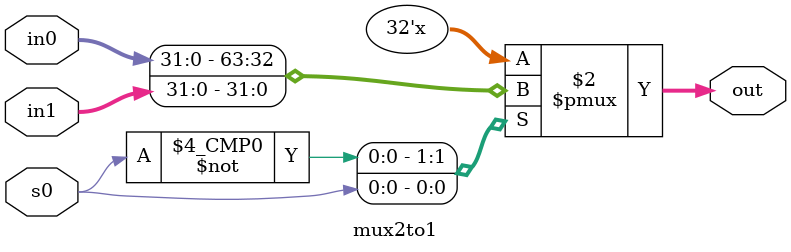
<source format=v>
module mux2to1(out, in0, in1, s0);
output reg [31:0] out;
input [31:0] in0, in1;
input s0;

always @(*) begin
	case(s0)
	1'b0: out = in0;
	1'b1: out = in1;
	default: out = 32'hxxxxxxxx;
	endcase
end
endmodule

</source>
